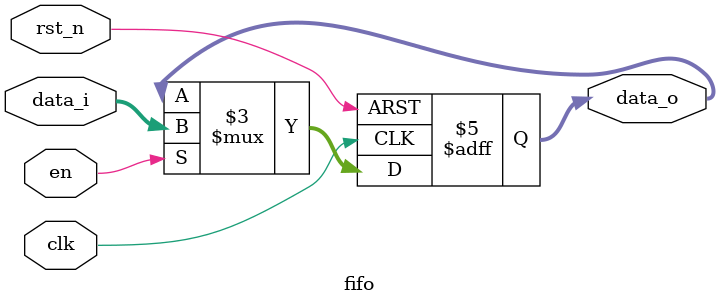
<source format=v>
module fifo 
#( parameter FIFO_WIDTH = 8) ( /*AUTOARG*/
   // Outputs
   data_o,
   // Inputs
   clk, rst_n, en, data_i
   ) ;
   input  clk;
   input  rst_n;
   input  en;

   input [FIFO_WIDTH-1:0]  data_i;
   output [FIFO_WIDTH-1:0]  data_o;

   reg [FIFO_WIDTH-1:0] data_o;

   always @(posedge clk or negedge rst_n)begin
      if(!rst_n) begin
         data_o <= 'b0;
      end else begin
         if(en) begin
            data_o <= data_i;
         end 
      end
   end

endmodule 

</source>
